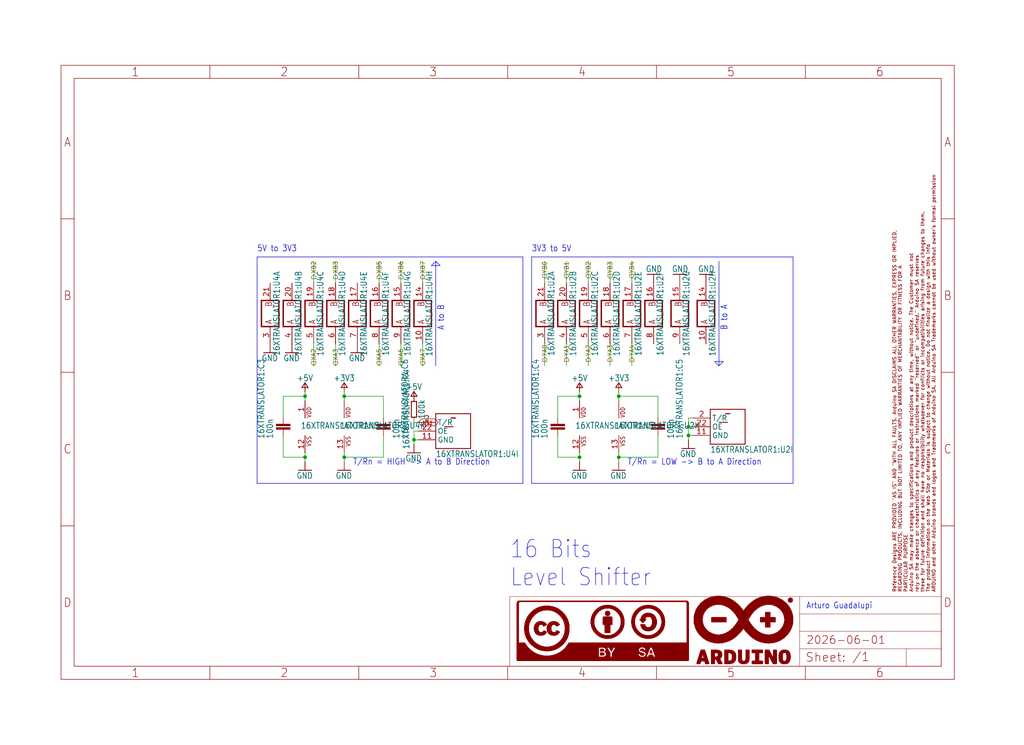
<source format=kicad_sch>
(kicad_sch (version 20250114) (generator "eeschema") (generator_version "9.0")
  (paper "User" 298.45 217.322)
  (lib_symbols
    (symbol "UNOWiFiREV2V4.0-eagle-import:+3V3" (power)
      (symbol "+3V3_1_0"
        (pin power_in line (at 0 -2.54 90) (length 2.54) (name "+3V3") (number "1"))
      )
    )
    (symbol "UNOWiFiREV2V4.0-eagle-import:+5V" (power)
      (symbol "+5V_1_0"
        (pin power_in line (at 0 -2.54 90) (length 2.54) (name "+5V") (number "1"))
      )
    )
    (symbol "UNOWiFiREV2V4.0-eagle-import:A4L-LOC"
      (symbol "A4L-LOC_1_0"
        (text "A" (at 1.905 156.6863 0) (effects (font (size 2.54 2.286))))
        (text "B" (at 1.905 111.9188 0) (effects (font (size 2.54 2.286))))
        (text "C" (at 1.905 67.1513 0) (effects (font (size 2.54 2.286))))
        (text "D" (at 1.905 22.3838 0) (effects (font (size 2.54 2.286))))
        (text "1" (at 21.6958 177.165 0) (effects (font (size 2.54 2.286))))
        (text "1" (at 21.6958 1.905 0) (effects (font (size 2.54 2.286))))
        (text "2" (at 65.0875 177.165 0) (effects (font (size 2.54 2.286))))
        (text "2" (at 65.0875 1.905 0) (effects (font (size 2.54 2.286))))
        (text "3" (at 108.4792 177.165 0) (effects (font (size 2.54 2.286))))
        (text "3" (at 108.4792 1.905 0) (effects (font (size 2.54 2.286))))
        (text "4" (at 151.8708 177.165 0) (effects (font (size 2.54 2.286))))
        (text "4" (at 151.8708 1.905 0) (effects (font (size 2.54 2.286))))
        (text "5" (at 195.2625 177.165 0) (effects (font (size 2.54 2.286))))
        (text "5" (at 195.2625 1.905 0) (effects (font (size 2.54 2.286))))
        (text "Sheet:" (at 216.916 4.953 0) (effects (font (size 2.54 2.54)) (justify left bottom)))
        (text "${PROJECTNAME}" (at 217.17 15.24 0) (effects (font (size 2.54 2.54)) (justify left bottom)))
        (text "${CURRENT_DATE}" (at 217.17 10.16 0) (effects (font (size 2.286 2.286)) (justify left bottom)))
        (text "${#}/${##}" (at 230.505 5.08 0) (effects (font (size 2.54 2.54)) (justify left bottom)))
        (text "6" (at 238.6542 177.165 0) (effects (font (size 2.54 2.286))))
        (text "6" (at 238.6542 1.905 0) (effects (font (size 2.54 2.286))))
        (text "Reference Designs ARE PROVIDED \"AS IS\" AND \"WITH ALL FAULTS. Arduino SA DISCLAIMS ALL OTHER WARRANTIES, EXPRESS OR IMPLIED,\nREGARDING PRODUCTS, INCLUDING BUT NOT LIMITED TO, ANY IMPLIED WARRANTIES OF MERCHANTABILITY OR FITNESS FOR A\nPARTICULAR PURPOSE\nArduino SA may make changes to specifications and product descriptions at any time, without notice. The Customer must not\nrely on the absence or characteristics of any features or instructions marked \"reserved\" or \"undefined.\" Arduino SA reserves\nthese for future definition and shall have no responsibility whatsoever for conflicts or incompatibilities arising from future changes to them.\nThe product information on the Web Site or Materials is subject to change without notice. Do not finalize a design with this info\nARDUINO and other Arduino brands and logos and Trademarks of Arduino SA. All Arduino SA Trademarks cannot be used without owner's formal permission" (at 254.96 25.415 900) (effects (font (size 1.016 1.016)) (justify left bottom)))
        (text "A" (at 258.445 156.6863 0) (effects (font (size 2.54 2.286))))
        (text "B" (at 258.445 111.9188 0) (effects (font (size 2.54 2.286))))
        (text "C" (at 258.445 67.1513 0) (effects (font (size 2.54 2.286))))
        (text "D" (at 258.445 22.3838 0) (effects (font (size 2.54 2.286))))
      )
    )
    (symbol "UNOWiFiREV2V4.0-eagle-import:C-0402"
      (property "Reference" "C" (at 1.524 1.651 0))
      (symbol "C-0402_1_0"
        (pin passive line (at 0 2.54 270) (length 0) (name "1") (number "1"))
        (pin passive line (at 0 -2.54 90) (length 0) (name "2") (number "2"))
      )
    )
    (symbol "UNOWiFiREV2V4.0-eagle-import:GND" (power)
      (symbol "GND_1_0"
        (pin power_in line (at 0 2.54 270) (length 2.54) (name "GND") (number "1"))
      )
    )
    (symbol "UNOWiFiREV2V4.0-eagle-import:MC74LVX4245"
      (property "Reference" "U" (at -1.27 -0.635 0))
      (symbol "MC74LVX4245_1_0"
        (text "A" (at -3.175 -0.635 0) (effects (font (size 1.778 1.5113)) (justify left bottom)))
        (text "B" (at 1.905 -0.635 0) (effects (font (size 1.778 1.5113)) (justify left bottom)))
        (pin input line (at -8.89 0 0) (length 5.08) (name "I") (number "3"))
        (pin output line (at 8.89 0 180) (length 5.08) (name "O") (number "21"))
      )
      (symbol "MC74LVX4245_2_0"
        (text "A" (at -3.175 -0.635 0) (effects (font (size 1.778 1.5113)) (justify left bottom)))
        (text "B" (at 1.905 -0.635 0) (effects (font (size 1.778 1.5113)) (justify left bottom)))
        (pin input line (at -8.89 0 0) (length 5.08) (name "I") (number "4"))
        (pin output line (at 8.89 0 180) (length 5.08) (name "O") (number "20"))
      )
      (symbol "MC74LVX4245_3_0"
        (text "A" (at -3.175 -0.635 0) (effects (font (size 1.778 1.5113)) (justify left bottom)))
        (text "B" (at 1.905 -0.635 0) (effects (font (size 1.778 1.5113)) (justify left bottom)))
        (pin input line (at -8.89 0 0) (length 5.08) (name "I") (number "5"))
        (pin output line (at 8.89 0 180) (length 5.08) (name "O") (number "19"))
      )
      (symbol "MC74LVX4245_4_0"
        (text "A" (at -3.175 -0.635 0) (effects (font (size 1.778 1.5113)) (justify left bottom)))
        (text "B" (at 1.905 -0.635 0) (effects (font (size 1.778 1.5113)) (justify left bottom)))
        (pin input line (at -8.89 0 0) (length 5.08) (name "I") (number "6"))
        (pin output line (at 8.89 0 180) (length 5.08) (name "O") (number "18"))
      )
      (symbol "MC74LVX4245_5_0"
        (text "A" (at -3.175 -0.635 0) (effects (font (size 1.778 1.5113)) (justify left bottom)))
        (text "B" (at 1.905 -0.635 0) (effects (font (size 1.778 1.5113)) (justify left bottom)))
        (pin input line (at -8.89 0 0) (length 5.08) (name "I") (number "7"))
        (pin output line (at 8.89 0 180) (length 5.08) (name "O") (number "17"))
      )
      (symbol "MC74LVX4245_6_0"
        (text "A" (at -3.175 -0.635 0) (effects (font (size 1.778 1.5113)) (justify left bottom)))
        (text "B" (at 1.905 -0.635 0) (effects (font (size 1.778 1.5113)) (justify left bottom)))
        (pin input line (at -8.89 0 0) (length 5.08) (name "I") (number "8"))
        (pin output line (at 8.89 0 180) (length 5.08) (name "O") (number "16"))
      )
      (symbol "MC74LVX4245_7_0"
        (text "A" (at -3.175 -0.635 0) (effects (font (size 1.778 1.5113)) (justify left bottom)))
        (text "B" (at 1.905 -0.635 0) (effects (font (size 1.778 1.5113)) (justify left bottom)))
        (pin input line (at -8.89 0 0) (length 5.08) (name "I") (number "9"))
        (pin output line (at 8.89 0 180) (length 5.08) (name "O") (number "15"))
      )
      (symbol "MC74LVX4245_8_0"
        (text "A" (at -3.175 -0.635 0) (effects (font (size 1.778 1.5113)) (justify left bottom)))
        (text "B" (at 1.905 -0.635 0) (effects (font (size 1.778 1.5113)) (justify left bottom)))
        (pin input line (at -8.89 0 0) (length 5.08) (name "I") (number "10"))
        (pin output line (at 8.89 0 180) (length 5.08) (name "O") (number "14"))
      )
      (symbol "MC74LVX4245_9_0"
        (pin bidirectional line (at -10.16 2.54 0) (length 5.08) (name "T/R") (number "2"))
        (pin bidirectional line (at -10.16 0 0) (length 5.08) (name "OE") (number "22"))
        (pin bidirectional line (at -10.16 -2.54 0) (length 5.08) (name "GND") (number "11"))
      )
      (symbol "MC74LVX4245_10_0"
        (text "VDD" (at 1.905 2.54 900) (effects (font (size 1.27 1.0795)) (justify left bottom)))
        (text "VSS" (at 1.905 -5.842 900) (effects (font (size 1.27 1.0795)) (justify left bottom)))
        (pin power_in line (at 0 7.62 270) (length 5.08) (name "VDD") (number "1"))
        (pin power_in line (at 0 -7.62 90) (length 5.08) (name "VSS") (number "12"))
      )
      (symbol "MC74LVX4245_11_0"
        (text "VDD" (at 1.905 2.54 900) (effects (font (size 1.27 1.0795)) (justify left bottom)))
        (text "VSS" (at 1.905 -5.842 900) (effects (font (size 1.27 1.0795)) (justify left bottom)))
        (pin power_in line (at 0 7.62 270) (length 5.08) (name "VDD") (number "23"))
        (pin power_in line (at 0 7.62 270) (length 5.08) (name "VDD") (number "24"))
        (pin power_in line (at 0 -7.62 90) (length 5.08) (name "VSS") (number "13"))
      )
    )
    (symbol "UNOWiFiREV2V4.0-eagle-import:R-0402"
      (property "Reference" "R" (at 0 1.27 0))
      (symbol "R-0402_1_0"
        (pin passive line (at -2.54 0 0) (length 0) (name "1") (number "1"))
        (pin passive line (at 2.54 0 180) (length 0) (name "2") (number "2"))
      )
    )
  )
  (text "A to B" (at 129.54 96.52 90) (effects (font (size 1.778 1.5113)) (justify left bottom)))
  (text "5V to 3V3" (at 74.93 73.66 0) (effects (font (size 1.778 1.5113)) (justify left bottom)))
  (text "16 Bits\nLevel Shifter" (at 148.59 171.45 0) (effects (font (size 5.08 4.318)) (justify left bottom)))
  (text "B to A" (at 212.09 96.52 90) (effects (font (size 1.778 1.5113)) (justify left bottom)))
  (text "Arturo Guadalupi" (at 234.95 177.8 0) (effects (font (size 1.778 1.5113)) (justify left bottom)))
  (text "T/Rn = HIGH -> A to B Direction" (at 102.87 135.89 0) (effects (font (size 1.778 1.5113)) (justify left bottom)))
  (text "T/Rn = LOW -> B to A Direction" (at 182.88 135.89 0) (effects (font (size 1.778 1.5113)) (justify left bottom)))
  (text "3V3 to 5V" (at 154.94 73.66 0) (effects (font (size 1.778 1.5113)) (justify left bottom)))
  (junction (at 88.9 115.57))
  (junction (at 180.34 133.35))
  (junction (at 100.33 115.57))
  (junction (at 200.66 127))
  (junction (at 168.91 115.57))
  (junction (at 180.34 115.57))
  (junction (at 200.66 124.46))
  (junction (at 88.9 133.35))
  (junction (at 168.91 133.35))
  (junction (at 120.65 128.27))
  (junction (at 100.33 133.35))
  (polyline (pts (xy 74.93 74.93) (xy 152.4 74.93)) (stroke (width 0.1524) (type solid)))
  (wire (pts (xy 177.8 100.33) (xy 177.8 106.68)) (stroke (width 0.1524)))
  (wire (pts (xy 168.91 115.57) (xy 168.91 116.84)) (stroke (width 0.1524)))
  (wire (pts (xy 120.65 123.19) (xy 120.65 121.92)) (stroke (width 0.1524)))
  (wire (pts (xy 88.9 134.62) (xy 88.9 133.35)) (stroke (width 0.1524)))
  (wire (pts (xy 201.93 121.92) (xy 200.66 121.92)) (stroke (width 0.1524)))
  (wire (pts (xy 168.91 115.57) (xy 162.56 115.57)) (stroke (width 0.1524)))
  (wire (pts (xy 168.91 134.62) (xy 168.91 133.35)) (stroke (width 0.1524)))
  (wire (pts (xy 168.91 133.35) (xy 162.56 133.35)) (stroke (width 0.1524)))
  (wire (pts (xy 91.44 82.55) (xy 91.44 76.2)) (stroke (width 0.1524)))
  (wire (pts (xy 116.84 82.55) (xy 116.84 76.2)) (stroke (width 0.1524)))
  (wire (pts (xy 88.9 133.35) (xy 88.9 132.08)) (stroke (width 0.1524)))
  (wire (pts (xy 171.45 82.55) (xy 171.45 76.2)) (stroke (width 0.1524)))
  (polyline (pts (xy 231.14 140.97) (xy 154.94 140.97)) (stroke (width 0.1524) (type solid)))
  (polyline (pts (xy 154.94 140.97) (xy 154.94 74.93)) (stroke (width 0.1524) (type solid)))
  (wire (pts (xy 158.75 82.55) (xy 158.75 76.2)) (stroke (width 0.1524)))
  (wire (pts (xy 82.55 133.35) (xy 82.55 127)) (stroke (width 0.1524)))
  (polyline (pts (xy 152.4 74.93) (xy 152.4 140.97)) (stroke (width 0.1524) (type solid)))
  (wire (pts (xy 171.45 100.33) (xy 171.45 106.68)) (stroke (width 0.1524)))
  (wire (pts (xy 110.49 82.55) (xy 110.49 76.2)) (stroke (width 0.1524)))
  (wire (pts (xy 82.55 115.57) (xy 82.55 121.92)) (stroke (width 0.1524)))
  (wire (pts (xy 165.1 100.33) (xy 165.1 106.68)) (stroke (width 0.1524)))
  (wire (pts (xy 168.91 114.3) (xy 168.91 115.57)) (stroke (width 0.1524)))
  (wire (pts (xy 162.56 133.35) (xy 162.56 127)) (stroke (width 0.1524)))
  (wire (pts (xy 180.34 133.35) (xy 180.34 132.08)) (stroke (width 0.1524)))
  (wire (pts (xy 123.19 100.33) (xy 123.19 106.68)) (stroke (width 0.1524)))
  (wire (pts (xy 111.76 115.57) (xy 111.76 121.92)) (stroke (width 0.1524)))
  (wire (pts (xy 110.49 100.33) (xy 110.49 106.68)) (stroke (width 0.1524)))
  (wire (pts (xy 201.93 127) (xy 200.66 127)) (stroke (width 0.1524)))
  (wire (pts (xy 184.15 82.55) (xy 184.15 76.2)) (stroke (width 0.1524)))
  (wire (pts (xy 191.77 115.57) (xy 191.77 121.92)) (stroke (width 0.1524)))
  (wire (pts (xy 165.1 82.55) (xy 165.1 76.2)) (stroke (width 0.1524)))
  (wire (pts (xy 180.34 115.57) (xy 180.34 116.84)) (stroke (width 0.1524)))
  (wire (pts (xy 100.33 114.3) (xy 100.33 115.57)) (stroke (width 0.1524)))
  (wire (pts (xy 184.15 100.33) (xy 184.15 106.68)) (stroke (width 0.1524)))
  (wire (pts (xy 100.33 115.57) (xy 111.76 115.57)) (stroke (width 0.1524)))
  (polyline (pts (xy 210.82 105.41) (xy 208.28 105.41)) (stroke (width 0.1524) (type solid)))
  (wire (pts (xy 120.65 128.27) (xy 120.65 129.54)) (stroke (width 0.1524)))
  (polyline (pts (xy 209.55 76.2) (xy 209.55 106.68)) (stroke (width 0.1524) (type solid)))
  (polyline (pts (xy 208.28 105.41) (xy 209.55 106.68)) (stroke (width 0.1524) (type solid)))
  (wire (pts (xy 200.66 124.46) (xy 200.66 127)) (stroke (width 0.1524)))
  (polyline (pts (xy 74.93 140.97) (xy 74.93 74.93)) (stroke (width 0.1524) (type solid)))
  (wire (pts (xy 200.66 127) (xy 200.66 128.27)) (stroke (width 0.1524)))
  (polyline (pts (xy 127 106.68) (xy 127 76.2)) (stroke (width 0.1524) (type solid)))
  (wire (pts (xy 116.84 100.33) (xy 116.84 106.68)) (stroke (width 0.1524)))
  (polyline (pts (xy 127 76.2) (xy 125.73 77.47)) (stroke (width 0.1524) (type solid)))
  (wire (pts (xy 191.77 133.35) (xy 191.77 127)) (stroke (width 0.1524)))
  (wire (pts (xy 97.79 82.55) (xy 97.79 76.2)) (stroke (width 0.1524)))
  (wire (pts (xy 97.79 100.33) (xy 97.79 106.68)) (stroke (width 0.1524)))
  (wire (pts (xy 88.9 115.57) (xy 88.9 114.3)) (stroke (width 0.1524)))
  (polyline (pts (xy 209.55 106.68) (xy 210.82 105.41)) (stroke (width 0.1524) (type solid)))
  (wire (pts (xy 111.76 133.35) (xy 111.76 127)) (stroke (width 0.1524)))
  (polyline (pts (xy 125.73 77.47) (xy 128.27 77.47)) (stroke (width 0.1524) (type solid)))
  (wire (pts (xy 201.93 124.46) (xy 200.66 124.46)) (stroke (width 0.1524)))
  (wire (pts (xy 162.56 115.57) (xy 162.56 121.92)) (stroke (width 0.1524)))
  (wire (pts (xy 180.34 134.62) (xy 180.34 133.35)) (stroke (width 0.1524)))
  (wire (pts (xy 200.66 121.92) (xy 200.66 124.46)) (stroke (width 0.1524)))
  (wire (pts (xy 120.65 125.73) (xy 120.65 128.27)) (stroke (width 0.1524)))
  (wire (pts (xy 177.8 82.55) (xy 177.8 76.2)) (stroke (width 0.1524)))
  (wire (pts (xy 121.92 123.19) (xy 120.65 123.19)) (stroke (width 0.1524)))
  (wire (pts (xy 180.34 115.57) (xy 191.77 115.57)) (stroke (width 0.1524)))
  (wire (pts (xy 100.33 133.35) (xy 111.76 133.35)) (stroke (width 0.1524)))
  (polyline (pts (xy 154.94 74.93) (xy 231.14 74.93)) (stroke (width 0.1524) (type solid)))
  (wire (pts (xy 91.44 100.33) (xy 91.44 106.68)) (stroke (width 0.1524)))
  (wire (pts (xy 180.34 133.35) (xy 191.77 133.35)) (stroke (width 0.1524)))
  (polyline (pts (xy 152.4 140.97) (xy 74.93 140.97)) (stroke (width 0.1524) (type solid)))
  (polyline (pts (xy 128.27 77.47) (xy 127 76.2)) (stroke (width 0.1524) (type solid)))
  (wire (pts (xy 158.75 100.33) (xy 158.75 106.68)) (stroke (width 0.1524)))
  (wire (pts (xy 100.33 134.62) (xy 100.33 133.35)) (stroke (width 0.1524)))
  (wire (pts (xy 121.92 128.27) (xy 120.65 128.27)) (stroke (width 0.1524)))
  (wire (pts (xy 123.19 82.55) (xy 123.19 76.2)) (stroke (width 0.1524)))
  (wire (pts (xy 100.33 115.57) (xy 100.33 116.84)) (stroke (width 0.1524)))
  (wire (pts (xy 88.9 133.35) (xy 82.55 133.35)) (stroke (width 0.1524)))
  (wire (pts (xy 180.34 114.3) (xy 180.34 115.57)) (stroke (width 0.1524)))
  (wire (pts (xy 100.33 133.35) (xy 100.33 132.08)) (stroke (width 0.1524)))
  (polyline (pts (xy 231.14 74.93) (xy 231.14 140.97)) (stroke (width 0.1524) (type solid)))
  (wire (pts (xy 168.91 133.35) (xy 168.91 132.08)) (stroke (width 0.1524)))
  (wire (pts (xy 121.92 125.73) (xy 120.65 125.73)) (stroke (width 0.1524)))
  (wire (pts (xy 88.9 116.84) (xy 88.9 115.57)) (stroke (width 0.1524)))
  (wire (pts (xy 88.9 115.57) (xy 82.55 115.57)) (stroke (width 0.1524)))
  (global_label "N$1" (shape bidirectional) (at 121.92 123.19 0) (effects (font (size 1.016 1.016))) (property "Intersheetrefs" "${INTERSHEET_REFS}" (effects (hide yes))))
  (hierarchical_label "XA7" (shape input) (at 123.19 106.68 90) (effects (font (size 1.2446 1.2446))))
  (hierarchical_label "YA2" (shape output) (at 171.45 105.41 90) (effects (font (size 1.2446 1.2446))))
  (hierarchical_label "YA4" (shape output) (at 184.15 105.41 90) (effects (font (size 1.2446 1.2446))))
  (hierarchical_label "XA2" (shape input) (at 91.44 106.68 90) (effects (font (size 1.2446 1.2446))))
  (hierarchical_label "YB2" (shape input) (at 171.45 81.28 90) (effects (font (size 1.2446 1.2446))))
  (hierarchical_label "YB4" (shape input) (at 184.15 81.28 90) (effects (font (size 1.2446 1.2446))))
  (hierarchical_label "YB0" (shape input) (at 158.75 81.28 90) (effects (font (size 1.2446 1.2446))))
  (hierarchical_label "XB2" (shape output) (at 91.44 81.28 90) (effects (font (size 1.2446 1.2446))))
  (hierarchical_label "XA3" (shape input) (at 97.79 106.68 90) (effects (font (size 1.2446 1.2446))))
  (hierarchical_label "YB3" (shape input) (at 177.8 81.28 90) (effects (font (size 1.2446 1.2446))))
  (hierarchical_label "XA6" (shape input) (at 116.84 106.68 90) (effects (font (size 1.2446 1.2446))))
  (hierarchical_label "XA5" (shape input) (at 110.49 106.68 90) (effects (font (size 1.2446 1.2446))))
  (hierarchical_label "YA3" (shape output) (at 177.8 105.41 90) (effects (font (size 1.2446 1.2446))))
  (hierarchical_label "XB6" (shape output) (at 116.84 81.28 90) (effects (font (size 1.2446 1.2446))))
  (hierarchical_label "YA1" (shape output) (at 165.1 105.41 90) (effects (font (size 1.2446 1.2446))))
  (hierarchical_label "XB5" (shape output) (at 110.49 81.28 90) (effects (font (size 1.2446 1.2446))))
  (hierarchical_label "XB3" (shape output) (at 97.79 81.28 90) (effects (font (size 1.2446 1.2446))))
  (hierarchical_label "YB1" (shape input) (at 165.1 81.28 90) (effects (font (size 1.2446 1.2446))))
  (hierarchical_label "XB7" (shape output) (at 123.19 81.28 90) (effects (font (size 1.2446 1.2446))))
  (hierarchical_label "YA0" (shape output) (at 158.75 105.41 90) (effects (font (size 1.2446 1.2446))))
  (symbol (lib_id "UNOWiFiREV2V4.0-eagle-import:MC74LVX4245") (at 78.74 91.44 90) (unit 1)
    (property "Reference" "16XTRANSLATOR1:U4" (at 80.645 91.44 0) (effects (font (size 1.778 1.5113))))
    (property "Value" "MC74LVX4245" (effects (hide yes)))
    (property "Footprint" "UNOWiFiREV2V4.0:TSSOP24" (effects (hide yes)))
  )
  (symbol (lib_id "UNOWiFiREV2V4.0-eagle-import:MC74LVX4245") (at 168.91 124.46 0) (unit 10)
    (property "Reference" "16XTRANSLATOR1:U2" (at 167.64 125.095 0) (effects (font (size 1.778 1.5113)) (justify left bottom)))
    (property "Value" "MC74LVX4245" (effects (hide yes)))
    (property "Footprint" "UNOWiFiREV2V4.0:TSSOP24" (effects (hide yes)))
  )
  (symbol (lib_id "UNOWiFiREV2V4.0-eagle-import:MC74LVX4245") (at 180.34 124.46 0) (unit 11)
    (property "Reference" "16XTRANSLATOR1:U2" (at 179.07 125.095 0) (effects (font (size 1.778 1.5113)) (justify left bottom)))
    (property "Value" "MC74LVX4245" (effects (hide yes)))
    (property "Footprint" "UNOWiFiREV2V4.0:TSSOP24" (effects (hide yes)))
  )
  (symbol (lib_id "UNOWiFiREV2V4.0-eagle-import:MC74LVX4245") (at 91.44 91.44 90) (unit 3)
    (property "Reference" "16XTRANSLATOR1:U4" (at 93.345 91.44 0) (effects (font (size 1.778 1.5113))))
    (property "Value" "MC74LVX4245" (effects (hide yes)))
    (property "Footprint" "UNOWiFiREV2V4.0:TSSOP24" (effects (hide yes)))
  )
  (symbol (lib_id "UNOWiFiREV2V4.0-eagle-import:+5V") (at 168.91 111.76 0) (unit 1)
    (property "Reference" "16XTRANSLATOR1:#P+2" (effects (hide yes)))
    (property "Value" "+5V" (at 168.91 111.252 0) (effects (font (size 1.778 1.5113)) (justify bottom)))
  )
  (symbol (lib_id "UNOWiFiREV2V4.0-eagle-import:C-0402") (at 191.77 124.46 0) (unit 1)
    (property "Reference" "16XTRANSLATOR1:C5" (at 199.009 128.016 90) (effects (font (size 1.778 1.5113)) (justify left bottom)))
    (property "Value" "100n" (at 196.469 128.016 90) (effects (font (size 1.778 1.5113)) (justify left bottom)))
    (property "Footprint" "UNOWiFiREV2V4.0:0402-1005X55N" (effects (hide yes)))
  )
  (symbol (lib_id "UNOWiFiREV2V4.0-eagle-import:MC74LVX4245") (at 132.08 125.73 0) (unit 9)
    (property "Reference" "16XTRANSLATOR1:U4" (at 127 133.35 0) (effects (font (size 1.778 1.5113)) (justify left bottom)))
    (property "Value" "MC74LVX4245" (effects (hide yes)))
    (property "Footprint" "UNOWiFiREV2V4.0:TSSOP24" (effects (hide yes)))
  )
  (symbol (lib_id "UNOWiFiREV2V4.0-eagle-import:GND") (at 120.65 132.08 0) (unit 1)
    (property "Reference" "16XTRANSLATOR1:#GND24" (effects (hide yes)))
    (property "Value" "GND" (at 118.11 134.62 0) (effects (font (size 1.778 1.5113)) (justify left bottom)))
  )
  (symbol (lib_id "UNOWiFiREV2V4.0-eagle-import:C-0402") (at 82.55 124.46 0) (unit 1)
    (property "Reference" "16XTRANSLATOR1:C3" (at 77.089 128.016 90) (effects (font (size 1.778 1.5113)) (justify left bottom)))
    (property "Value" "100n" (at 79.629 128.016 90) (effects (font (size 1.778 1.5113)) (justify left bottom)))
    (property "Footprint" "UNOWiFiREV2V4.0:0402-1005X55N" (effects (hide yes)))
  )
  (symbol (lib_id "UNOWiFiREV2V4.0-eagle-import:MC74LVX4245") (at 88.9 124.46 0) (unit 10)
    (property "Reference" "16XTRANSLATOR1:U4" (at 87.63 125.095 0) (effects (font (size 1.778 1.5113)) (justify left bottom)))
    (property "Value" "MC74LVX4245" (effects (hide yes)))
    (property "Footprint" "UNOWiFiREV2V4.0:TSSOP24" (effects (hide yes)))
  )
  (symbol (lib_id "UNOWiFiREV2V4.0-eagle-import:+3V3") (at 180.34 111.76 0) (unit 1)
    (property "Reference" "16XTRANSLATOR1:#+3V5" (effects (hide yes)))
    (property "Value" "+3V3" (at 180.34 111.252 0) (effects (font (size 1.778 1.5113)) (justify bottom)))
  )
  (symbol (lib_id "UNOWiFiREV2V4.0-eagle-import:+5V") (at 120.65 114.3 0) (unit 1)
    (property "Reference" "16XTRANSLATOR1:#P+4" (effects (hide yes)))
    (property "Value" "+5V" (at 120.65 113.792 0) (effects (font (size 1.778 1.5113)) (justify bottom)))
  )
  (symbol (lib_id "UNOWiFiREV2V4.0-eagle-import:MC74LVX4245") (at 205.74 91.44 90) (unit 8)
    (property "Reference" "16XTRANSLATOR1:U2" (at 207.645 91.44 0) (effects (font (size 1.778 1.5113))))
    (property "Value" "MC74LVX4245" (effects (hide yes)))
    (property "Footprint" "UNOWiFiREV2V4.0:TSSOP24" (effects (hide yes)))
  )
  (symbol (lib_id "UNOWiFiREV2V4.0-eagle-import:GND") (at 78.74 102.87 0) (unit 1)
    (property "Reference" "16XTRANSLATOR1:#GND13" (effects (hide yes)))
    (property "Value" "GND" (at 76.2 105.41 0) (effects (font (size 1.778 1.5113)) (justify left bottom)))
  )
  (symbol (lib_id "UNOWiFiREV2V4.0-eagle-import:GND") (at 104.14 102.87 0) (unit 1)
    (property "Reference" "16XTRANSLATOR1:#GND25" (effects (hide yes)))
    (property "Value" "GND" (at 101.6 105.41 0) (effects (font (size 1.778 1.5113)) (justify left bottom)))
  )
  (symbol (lib_id "UNOWiFiREV2V4.0-eagle-import:GND") (at 88.9 137.16 0) (unit 1)
    (property "Reference" "16XTRANSLATOR1:#GND22" (effects (hide yes)))
    (property "Value" "GND" (at 86.36 139.7 0) (effects (font (size 1.778 1.5113)) (justify left bottom)))
  )
  (symbol (lib_id "UNOWiFiREV2V4.0-eagle-import:GND") (at 180.34 137.16 0) (unit 1)
    (property "Reference" "16XTRANSLATOR1:#GND20" (effects (hide yes)))
    (property "Value" "GND" (at 177.8 139.7 0) (effects (font (size 1.778 1.5113)) (justify left bottom)))
  )
  (symbol (lib_id "UNOWiFiREV2V4.0-eagle-import:GND") (at 198.12 80.01 180) (unit 1)
    (property "Reference" "16XTRANSLATOR1:#GND15" (effects (hide yes)))
    (property "Value" "GND" (at 200.66 77.47 0) (effects (font (size 1.778 1.5113)) (justify left bottom)))
  )
  (symbol (lib_id "UNOWiFiREV2V4.0-eagle-import:MC74LVX4245") (at 116.84 91.44 90) (unit 7)
    (property "Reference" "16XTRANSLATOR1:U4" (at 118.745 91.44 0) (effects (font (size 1.778 1.5113))))
    (property "Value" "MC74LVX4245" (effects (hide yes)))
    (property "Footprint" "UNOWiFiREV2V4.0:TSSOP24" (effects (hide yes)))
  )
  (symbol (lib_id "UNOWiFiREV2V4.0-eagle-import:C-0402") (at 111.76 124.46 0) (unit 1)
    (property "Reference" "16XTRANSLATOR1:C6" (at 118.999 128.016 90) (effects (font (size 1.778 1.5113)) (justify left bottom)))
    (property "Value" "100n" (at 116.459 128.016 90) (effects (font (size 1.778 1.5113)) (justify left bottom)))
    (property "Footprint" "UNOWiFiREV2V4.0:0402-1005X55N" (effects (hide yes)))
  )
  (symbol (lib_id "UNOWiFiREV2V4.0-eagle-import:C-0402") (at 162.56 124.46 0) (unit 1)
    (property "Reference" "16XTRANSLATOR1:C4" (at 157.099 128.016 90) (effects (font (size 1.778 1.5113)) (justify left bottom)))
    (property "Value" "100n" (at 159.639 128.016 90) (effects (font (size 1.778 1.5113)) (justify left bottom)))
    (property "Footprint" "UNOWiFiREV2V4.0:0402-1005X55N" (effects (hide yes)))
  )
  (symbol (lib_id "UNOWiFiREV2V4.0-eagle-import:MC74LVX4245") (at 104.14 91.44 90) (unit 5)
    (property "Reference" "16XTRANSLATOR1:U4" (at 106.045 91.44 0) (effects (font (size 1.778 1.5113))))
    (property "Value" "MC74LVX4245" (effects (hide yes)))
    (property "Footprint" "UNOWiFiREV2V4.0:TSSOP24" (effects (hide yes)))
  )
  (symbol (lib_id "UNOWiFiREV2V4.0-eagle-import:GND") (at 200.66 130.81 0) (unit 1)
    (property "Reference" "16XTRANSLATOR1:#GND21" (effects (hide yes)))
    (property "Value" "GND" (at 198.12 133.35 0) (effects (font (size 1.778 1.5113)) (justify left bottom)))
  )
  (symbol (lib_id "UNOWiFiREV2V4.0-eagle-import:MC74LVX4245") (at 100.33 124.46 0) (unit 11)
    (property "Reference" "16XTRANSLATOR1:U4" (at 99.06 125.095 0) (effects (font (size 1.778 1.5113)) (justify left bottom)))
    (property "Value" "MC74LVX4245" (effects (hide yes)))
    (property "Footprint" "UNOWiFiREV2V4.0:TSSOP24" (effects (hide yes)))
  )
  (symbol (lib_id "UNOWiFiREV2V4.0-eagle-import:GND") (at 168.91 137.16 0) (unit 1)
    (property "Reference" "16XTRANSLATOR1:#GND19" (effects (hide yes)))
    (property "Value" "GND" (at 166.37 139.7 0) (effects (font (size 1.778 1.5113)) (justify left bottom)))
  )
  (symbol (lib_id "UNOWiFiREV2V4.0-eagle-import:GND") (at 205.74 80.01 180) (unit 1)
    (property "Reference" "16XTRANSLATOR1:#GND14" (effects (hide yes)))
    (property "Value" "GND" (at 208.28 77.47 0) (effects (font (size 1.778 1.5113)) (justify left bottom)))
  )
  (symbol (lib_id "UNOWiFiREV2V4.0-eagle-import:MC74LVX4245") (at 198.12 91.44 90) (unit 7)
    (property "Reference" "16XTRANSLATOR1:U2" (at 200.025 91.44 0) (effects (font (size 1.778 1.5113))))
    (property "Value" "MC74LVX4245" (effects (hide yes)))
    (property "Footprint" "UNOWiFiREV2V4.0:TSSOP24" (effects (hide yes)))
  )
  (symbol (lib_id "UNOWiFiREV2V4.0-eagle-import:MC74LVX4245") (at 212.09 124.46 0) (unit 9)
    (property "Reference" "16XTRANSLATOR1:U2" (at 207.01 132.08 0) (effects (font (size 1.778 1.5113)) (justify left bottom)))
    (property "Value" "MC74LVX4245" (effects (hide yes)))
    (property "Footprint" "UNOWiFiREV2V4.0:TSSOP24" (effects (hide yes)))
  )
  (symbol (lib_id "UNOWiFiREV2V4.0-eagle-import:A4L-LOC") (at 17.78 198.12 0) (unit 1)
    (property "Reference" "16XTRANSLATOR1:FRAME1" (effects (hide yes)))
    (property "Value" "DNP" (effects (hide yes)))
    (property "Footprint" "UNOWiFiREV2V4.0:FRAME" (effects (hide yes)))
  )
  (symbol (lib_id "UNOWiFiREV2V4.0-eagle-import:MC74LVX4245") (at 184.15 91.44 90) (unit 5)
    (property "Reference" "16XTRANSLATOR1:U2" (at 186.055 91.44 0) (effects (font (size 1.778 1.5113))))
    (property "Value" "MC74LVX4245" (effects (hide yes)))
    (property "Footprint" "UNOWiFiREV2V4.0:TSSOP24" (effects (hide yes)))
  )
  (symbol (lib_id "UNOWiFiREV2V4.0-eagle-import:GND") (at 100.33 137.16 0) (unit 1)
    (property "Reference" "16XTRANSLATOR1:#GND23" (effects (hide yes)))
    (property "Value" "GND" (at 97.79 139.7 0) (effects (font (size 1.778 1.5113)) (justify left bottom)))
  )
  (symbol (lib_id "UNOWiFiREV2V4.0-eagle-import:MC74LVX4245") (at 85.09 91.44 90) (unit 2)
    (property "Reference" "16XTRANSLATOR1:U4" (at 86.995 91.44 0) (effects (font (size 1.778 1.5113))))
    (property "Value" "MC74LVX4245" (effects (hide yes)))
    (property "Footprint" "UNOWiFiREV2V4.0:TSSOP24" (effects (hide yes)))
  )
  (symbol (lib_id "UNOWiFiREV2V4.0-eagle-import:GND") (at 190.5 80.01 180) (unit 1)
    (property "Reference" "16XTRANSLATOR1:#GND16" (effects (hide yes)))
    (property "Value" "GND" (at 193.04 77.47 0) (effects (font (size 1.778 1.5113)) (justify left bottom)))
  )
  (symbol (lib_id "UNOWiFiREV2V4.0-eagle-import:MC74LVX4245") (at 158.75 91.44 90) (unit 1)
    (property "Reference" "16XTRANSLATOR1:U2" (at 160.655 91.44 0) (effects (font (size 1.778 1.5113))))
    (property "Value" "MC74LVX4245" (effects (hide yes)))
    (property "Footprint" "UNOWiFiREV2V4.0:TSSOP24" (effects (hide yes)))
  )
  (symbol (lib_id "UNOWiFiREV2V4.0-eagle-import:GND") (at 85.09 102.87 0) (unit 1)
    (property "Reference" "16XTRANSLATOR1:#GND17" (effects (hide yes)))
    (property "Value" "GND" (at 82.55 105.41 0) (effects (font (size 1.778 1.5113)) (justify left bottom)))
  )
  (symbol (lib_id "UNOWiFiREV2V4.0-eagle-import:MC74LVX4245") (at 177.8 91.44 90) (unit 4)
    (property "Reference" "16XTRANSLATOR1:U2" (at 179.705 91.44 0) (effects (font (size 1.778 1.5113))))
    (property "Value" "MC74LVX4245" (effects (hide yes)))
    (property "Footprint" "UNOWiFiREV2V4.0:TSSOP24" (effects (hide yes)))
  )
  (symbol (lib_id "UNOWiFiREV2V4.0-eagle-import:MC74LVX4245") (at 123.19 91.44 90) (unit 8)
    (property "Reference" "16XTRANSLATOR1:U4" (at 125.095 91.44 0) (effects (font (size 1.778 1.5113))))
    (property "Value" "MC74LVX4245" (effects (hide yes)))
    (property "Footprint" "UNOWiFiREV2V4.0:TSSOP24" (effects (hide yes)))
  )
  (symbol (lib_id "UNOWiFiREV2V4.0-eagle-import:+3V3") (at 100.33 111.76 0) (unit 1)
    (property "Reference" "16XTRANSLATOR1:#+3V4" (effects (hide yes)))
    (property "Value" "+3V3" (at 100.33 111.252 0) (effects (font (size 1.778 1.5113)) (justify bottom)))
  )
  (symbol (lib_id "UNOWiFiREV2V4.0-eagle-import:MC74LVX4245") (at 165.1 91.44 90) (unit 2)
    (property "Reference" "16XTRANSLATOR1:U2" (at 167.005 91.44 0) (effects (font (size 1.778 1.5113))))
    (property "Value" "MC74LVX4245" (effects (hide yes)))
    (property "Footprint" "UNOWiFiREV2V4.0:TSSOP24" (effects (hide yes)))
  )
  (symbol (lib_id "UNOWiFiREV2V4.0-eagle-import:MC74LVX4245") (at 110.49 91.44 90) (unit 6)
    (property "Reference" "16XTRANSLATOR1:U4" (at 112.395 91.44 0) (effects (font (size 1.778 1.5113))))
    (property "Value" "MC74LVX4245" (effects (hide yes)))
    (property "Footprint" "UNOWiFiREV2V4.0:TSSOP24" (effects (hide yes)))
  )
  (symbol (lib_id "UNOWiFiREV2V4.0-eagle-import:MC74LVX4245") (at 190.5 91.44 90) (unit 6)
    (property "Reference" "16XTRANSLATOR1:U2" (at 192.405 91.44 0) (effects (font (size 1.778 1.5113))))
    (property "Value" "MC74LVX4245" (effects (hide yes)))
    (property "Footprint" "UNOWiFiREV2V4.0:TSSOP24" (effects (hide yes)))
  )
  (symbol (lib_id "UNOWiFiREV2V4.0-eagle-import:+5V") (at 88.9 111.76 0) (unit 1)
    (property "Reference" "16XTRANSLATOR1:#P+3" (effects (hide yes)))
    (property "Value" "+5V" (at 88.9 111.252 0) (effects (font (size 1.778 1.5113)) (justify bottom)))
  )
  (symbol (lib_id "UNOWiFiREV2V4.0-eagle-import:MC74LVX4245") (at 97.79 91.44 90) (unit 4)
    (property "Reference" "16XTRANSLATOR1:U4" (at 99.695 91.44 0) (effects (font (size 1.778 1.5113))))
    (property "Value" "MC74LVX4245" (effects (hide yes)))
    (property "Footprint" "UNOWiFiREV2V4.0:TSSOP24" (effects (hide yes)))
  )
  (symbol (lib_id "UNOWiFiREV2V4.0-eagle-import:R-0402") (at 120.65 119.38 90) (unit 1)
    (property "Reference" "16XTRANSLATOR1:R4" (at 119.38 119.38 0) (effects (font (size 1.778 1.5113)) (justify bottom)))
    (property "Value" "100k" (at 121.92 119.38 0) (effects (font (size 1.778 1.5113)) (justify top)))
    (property "Footprint" "UNOWiFiREV2V4.0:0402-1005X55N" (effects (hide yes)))
  )
  (symbol (lib_id "UNOWiFiREV2V4.0-eagle-import:MC74LVX4245") (at 171.45 91.44 90) (unit 3)
    (property "Reference" "16XTRANSLATOR1:U2" (at 173.355 91.44 0) (effects (font (size 1.778 1.5113))))
    (property "Value" "MC74LVX4245" (effects (hide yes)))
    (property "Footprint" "UNOWiFiREV2V4.0:TSSOP24" (effects (hide yes)))
  )
)
</source>
